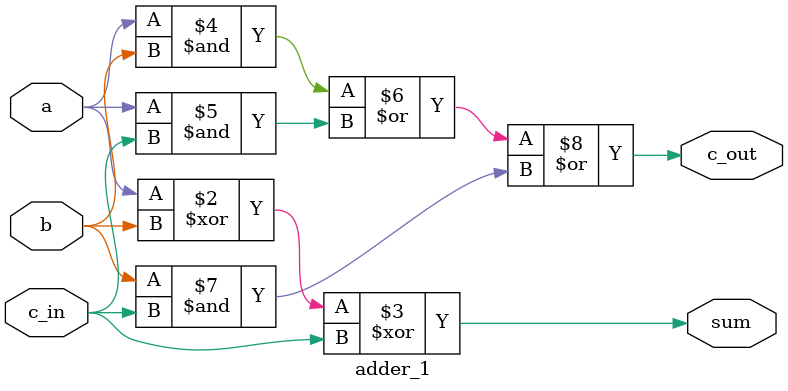
<source format=sv>
/*
  a 1 bit addder that we can daisy chain for 
  ripple carry adders
*/

// Source: Harris & Harris - Digital Design and Computer Architecture - RISC V Edition (Pg. 238)

module adder_1(a, b, c_in, sum, c_out);

input wire a, b, c_in;
output logic sum, c_out;

always_comb begin : adder_gates
  sum = a ^ b ^ c_in;
  c_out = (a & b) | (a & c_in) | (b & c_in);
end

endmodule

</source>
